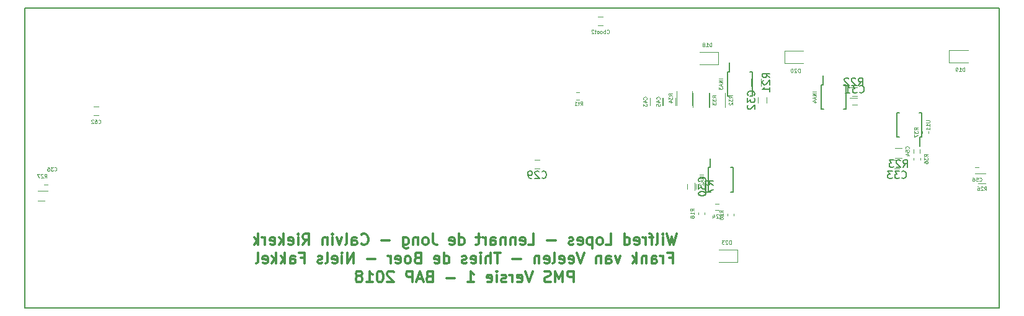
<source format=gbr>
G04 #@! TF.FileFunction,Legend,Bot*
%FSLAX46Y46*%
G04 Gerber Fmt 4.6, Leading zero omitted, Abs format (unit mm)*
G04 Created by KiCad (PCBNEW 4.0.7) date 06/15/18 17:29:42*
%MOMM*%
%LPD*%
G01*
G04 APERTURE LIST*
%ADD10C,0.100000*%
%ADD11C,0.300000*%
%ADD12C,0.150000*%
%ADD13C,0.120000*%
%ADD14C,0.125000*%
G04 APERTURE END LIST*
D10*
D11*
X113927142Y-153878571D02*
X113569999Y-155378571D01*
X113284285Y-154307143D01*
X112998571Y-155378571D01*
X112641428Y-153878571D01*
X112069999Y-155378571D02*
X112069999Y-154378571D01*
X112069999Y-153878571D02*
X112141428Y-153950000D01*
X112069999Y-154021429D01*
X111998571Y-153950000D01*
X112069999Y-153878571D01*
X112069999Y-154021429D01*
X111141427Y-155378571D02*
X111284285Y-155307143D01*
X111355713Y-155164286D01*
X111355713Y-153878571D01*
X110784285Y-154378571D02*
X110212856Y-154378571D01*
X110569999Y-155378571D02*
X110569999Y-154092857D01*
X110498571Y-153950000D01*
X110355713Y-153878571D01*
X110212856Y-153878571D01*
X109712856Y-155378571D02*
X109712856Y-154378571D01*
X109712856Y-154664286D02*
X109641428Y-154521429D01*
X109569999Y-154450000D01*
X109427142Y-154378571D01*
X109284285Y-154378571D01*
X108212857Y-155307143D02*
X108355714Y-155378571D01*
X108641428Y-155378571D01*
X108784285Y-155307143D01*
X108855714Y-155164286D01*
X108855714Y-154592857D01*
X108784285Y-154450000D01*
X108641428Y-154378571D01*
X108355714Y-154378571D01*
X108212857Y-154450000D01*
X108141428Y-154592857D01*
X108141428Y-154735714D01*
X108855714Y-154878571D01*
X106855714Y-155378571D02*
X106855714Y-153878571D01*
X106855714Y-155307143D02*
X106998571Y-155378571D01*
X107284285Y-155378571D01*
X107427143Y-155307143D01*
X107498571Y-155235714D01*
X107570000Y-155092857D01*
X107570000Y-154664286D01*
X107498571Y-154521429D01*
X107427143Y-154450000D01*
X107284285Y-154378571D01*
X106998571Y-154378571D01*
X106855714Y-154450000D01*
X104284285Y-155378571D02*
X104998571Y-155378571D01*
X104998571Y-153878571D01*
X103569999Y-155378571D02*
X103712857Y-155307143D01*
X103784285Y-155235714D01*
X103855714Y-155092857D01*
X103855714Y-154664286D01*
X103784285Y-154521429D01*
X103712857Y-154450000D01*
X103569999Y-154378571D01*
X103355714Y-154378571D01*
X103212857Y-154450000D01*
X103141428Y-154521429D01*
X103069999Y-154664286D01*
X103069999Y-155092857D01*
X103141428Y-155235714D01*
X103212857Y-155307143D01*
X103355714Y-155378571D01*
X103569999Y-155378571D01*
X102427142Y-154378571D02*
X102427142Y-155878571D01*
X102427142Y-154450000D02*
X102284285Y-154378571D01*
X101998571Y-154378571D01*
X101855714Y-154450000D01*
X101784285Y-154521429D01*
X101712856Y-154664286D01*
X101712856Y-155092857D01*
X101784285Y-155235714D01*
X101855714Y-155307143D01*
X101998571Y-155378571D01*
X102284285Y-155378571D01*
X102427142Y-155307143D01*
X100498571Y-155307143D02*
X100641428Y-155378571D01*
X100927142Y-155378571D01*
X101069999Y-155307143D01*
X101141428Y-155164286D01*
X101141428Y-154592857D01*
X101069999Y-154450000D01*
X100927142Y-154378571D01*
X100641428Y-154378571D01*
X100498571Y-154450000D01*
X100427142Y-154592857D01*
X100427142Y-154735714D01*
X101141428Y-154878571D01*
X99855714Y-155307143D02*
X99712857Y-155378571D01*
X99427142Y-155378571D01*
X99284285Y-155307143D01*
X99212857Y-155164286D01*
X99212857Y-155092857D01*
X99284285Y-154950000D01*
X99427142Y-154878571D01*
X99641428Y-154878571D01*
X99784285Y-154807143D01*
X99855714Y-154664286D01*
X99855714Y-154592857D01*
X99784285Y-154450000D01*
X99641428Y-154378571D01*
X99427142Y-154378571D01*
X99284285Y-154450000D01*
X97427142Y-154807143D02*
X96284285Y-154807143D01*
X93712856Y-155378571D02*
X94427142Y-155378571D01*
X94427142Y-153878571D01*
X92641428Y-155307143D02*
X92784285Y-155378571D01*
X93069999Y-155378571D01*
X93212856Y-155307143D01*
X93284285Y-155164286D01*
X93284285Y-154592857D01*
X93212856Y-154450000D01*
X93069999Y-154378571D01*
X92784285Y-154378571D01*
X92641428Y-154450000D01*
X92569999Y-154592857D01*
X92569999Y-154735714D01*
X93284285Y-154878571D01*
X91927142Y-154378571D02*
X91927142Y-155378571D01*
X91927142Y-154521429D02*
X91855714Y-154450000D01*
X91712856Y-154378571D01*
X91498571Y-154378571D01*
X91355714Y-154450000D01*
X91284285Y-154592857D01*
X91284285Y-155378571D01*
X90569999Y-154378571D02*
X90569999Y-155378571D01*
X90569999Y-154521429D02*
X90498571Y-154450000D01*
X90355713Y-154378571D01*
X90141428Y-154378571D01*
X89998571Y-154450000D01*
X89927142Y-154592857D01*
X89927142Y-155378571D01*
X88569999Y-155378571D02*
X88569999Y-154592857D01*
X88641428Y-154450000D01*
X88784285Y-154378571D01*
X89069999Y-154378571D01*
X89212856Y-154450000D01*
X88569999Y-155307143D02*
X88712856Y-155378571D01*
X89069999Y-155378571D01*
X89212856Y-155307143D01*
X89284285Y-155164286D01*
X89284285Y-155021429D01*
X89212856Y-154878571D01*
X89069999Y-154807143D01*
X88712856Y-154807143D01*
X88569999Y-154735714D01*
X87855713Y-155378571D02*
X87855713Y-154378571D01*
X87855713Y-154664286D02*
X87784285Y-154521429D01*
X87712856Y-154450000D01*
X87569999Y-154378571D01*
X87427142Y-154378571D01*
X87141428Y-154378571D02*
X86569999Y-154378571D01*
X86927142Y-153878571D02*
X86927142Y-155164286D01*
X86855714Y-155307143D01*
X86712856Y-155378571D01*
X86569999Y-155378571D01*
X84284285Y-155378571D02*
X84284285Y-153878571D01*
X84284285Y-155307143D02*
X84427142Y-155378571D01*
X84712856Y-155378571D01*
X84855714Y-155307143D01*
X84927142Y-155235714D01*
X84998571Y-155092857D01*
X84998571Y-154664286D01*
X84927142Y-154521429D01*
X84855714Y-154450000D01*
X84712856Y-154378571D01*
X84427142Y-154378571D01*
X84284285Y-154450000D01*
X82998571Y-155307143D02*
X83141428Y-155378571D01*
X83427142Y-155378571D01*
X83569999Y-155307143D01*
X83641428Y-155164286D01*
X83641428Y-154592857D01*
X83569999Y-154450000D01*
X83427142Y-154378571D01*
X83141428Y-154378571D01*
X82998571Y-154450000D01*
X82927142Y-154592857D01*
X82927142Y-154735714D01*
X83641428Y-154878571D01*
X80712857Y-153878571D02*
X80712857Y-154950000D01*
X80784285Y-155164286D01*
X80927142Y-155307143D01*
X81141428Y-155378571D01*
X81284285Y-155378571D01*
X79784285Y-155378571D02*
X79927143Y-155307143D01*
X79998571Y-155235714D01*
X80070000Y-155092857D01*
X80070000Y-154664286D01*
X79998571Y-154521429D01*
X79927143Y-154450000D01*
X79784285Y-154378571D01*
X79570000Y-154378571D01*
X79427143Y-154450000D01*
X79355714Y-154521429D01*
X79284285Y-154664286D01*
X79284285Y-155092857D01*
X79355714Y-155235714D01*
X79427143Y-155307143D01*
X79570000Y-155378571D01*
X79784285Y-155378571D01*
X78641428Y-154378571D02*
X78641428Y-155378571D01*
X78641428Y-154521429D02*
X78570000Y-154450000D01*
X78427142Y-154378571D01*
X78212857Y-154378571D01*
X78070000Y-154450000D01*
X77998571Y-154592857D01*
X77998571Y-155378571D01*
X76641428Y-154378571D02*
X76641428Y-155592857D01*
X76712857Y-155735714D01*
X76784285Y-155807143D01*
X76927142Y-155878571D01*
X77141428Y-155878571D01*
X77284285Y-155807143D01*
X76641428Y-155307143D02*
X76784285Y-155378571D01*
X77069999Y-155378571D01*
X77212857Y-155307143D01*
X77284285Y-155235714D01*
X77355714Y-155092857D01*
X77355714Y-154664286D01*
X77284285Y-154521429D01*
X77212857Y-154450000D01*
X77069999Y-154378571D01*
X76784285Y-154378571D01*
X76641428Y-154450000D01*
X74784285Y-154807143D02*
X73641428Y-154807143D01*
X70927142Y-155235714D02*
X70998571Y-155307143D01*
X71212857Y-155378571D01*
X71355714Y-155378571D01*
X71569999Y-155307143D01*
X71712857Y-155164286D01*
X71784285Y-155021429D01*
X71855714Y-154735714D01*
X71855714Y-154521429D01*
X71784285Y-154235714D01*
X71712857Y-154092857D01*
X71569999Y-153950000D01*
X71355714Y-153878571D01*
X71212857Y-153878571D01*
X70998571Y-153950000D01*
X70927142Y-154021429D01*
X69641428Y-155378571D02*
X69641428Y-154592857D01*
X69712857Y-154450000D01*
X69855714Y-154378571D01*
X70141428Y-154378571D01*
X70284285Y-154450000D01*
X69641428Y-155307143D02*
X69784285Y-155378571D01*
X70141428Y-155378571D01*
X70284285Y-155307143D01*
X70355714Y-155164286D01*
X70355714Y-155021429D01*
X70284285Y-154878571D01*
X70141428Y-154807143D01*
X69784285Y-154807143D01*
X69641428Y-154735714D01*
X68712856Y-155378571D02*
X68855714Y-155307143D01*
X68927142Y-155164286D01*
X68927142Y-153878571D01*
X68284285Y-154378571D02*
X67927142Y-155378571D01*
X67570000Y-154378571D01*
X66998571Y-155378571D02*
X66998571Y-154378571D01*
X66998571Y-153878571D02*
X67070000Y-153950000D01*
X66998571Y-154021429D01*
X66927143Y-153950000D01*
X66998571Y-153878571D01*
X66998571Y-154021429D01*
X66284285Y-154378571D02*
X66284285Y-155378571D01*
X66284285Y-154521429D02*
X66212857Y-154450000D01*
X66069999Y-154378571D01*
X65855714Y-154378571D01*
X65712857Y-154450000D01*
X65641428Y-154592857D01*
X65641428Y-155378571D01*
X62927142Y-155378571D02*
X63427142Y-154664286D01*
X63784285Y-155378571D02*
X63784285Y-153878571D01*
X63212857Y-153878571D01*
X63069999Y-153950000D01*
X62998571Y-154021429D01*
X62927142Y-154164286D01*
X62927142Y-154378571D01*
X62998571Y-154521429D01*
X63069999Y-154592857D01*
X63212857Y-154664286D01*
X63784285Y-154664286D01*
X62284285Y-155378571D02*
X62284285Y-154378571D01*
X62284285Y-153878571D02*
X62355714Y-153950000D01*
X62284285Y-154021429D01*
X62212857Y-153950000D01*
X62284285Y-153878571D01*
X62284285Y-154021429D01*
X60998571Y-155307143D02*
X61141428Y-155378571D01*
X61427142Y-155378571D01*
X61569999Y-155307143D01*
X61641428Y-155164286D01*
X61641428Y-154592857D01*
X61569999Y-154450000D01*
X61427142Y-154378571D01*
X61141428Y-154378571D01*
X60998571Y-154450000D01*
X60927142Y-154592857D01*
X60927142Y-154735714D01*
X61641428Y-154878571D01*
X60284285Y-155378571D02*
X60284285Y-153878571D01*
X60141428Y-154807143D02*
X59712857Y-155378571D01*
X59712857Y-154378571D02*
X60284285Y-154950000D01*
X58498571Y-155307143D02*
X58641428Y-155378571D01*
X58927142Y-155378571D01*
X59069999Y-155307143D01*
X59141428Y-155164286D01*
X59141428Y-154592857D01*
X59069999Y-154450000D01*
X58927142Y-154378571D01*
X58641428Y-154378571D01*
X58498571Y-154450000D01*
X58427142Y-154592857D01*
X58427142Y-154735714D01*
X59141428Y-154878571D01*
X57784285Y-155378571D02*
X57784285Y-154378571D01*
X57784285Y-154664286D02*
X57712857Y-154521429D01*
X57641428Y-154450000D01*
X57498571Y-154378571D01*
X57355714Y-154378571D01*
X56855714Y-155378571D02*
X56855714Y-153878571D01*
X56712857Y-154807143D02*
X56284286Y-155378571D01*
X56284286Y-154378571D02*
X56855714Y-154950000D01*
X112927141Y-157142857D02*
X113427141Y-157142857D01*
X113427141Y-157928571D02*
X113427141Y-156428571D01*
X112712855Y-156428571D01*
X112141427Y-157928571D02*
X112141427Y-156928571D01*
X112141427Y-157214286D02*
X112069999Y-157071429D01*
X111998570Y-157000000D01*
X111855713Y-156928571D01*
X111712856Y-156928571D01*
X110569999Y-157928571D02*
X110569999Y-157142857D01*
X110641428Y-157000000D01*
X110784285Y-156928571D01*
X111069999Y-156928571D01*
X111212856Y-157000000D01*
X110569999Y-157857143D02*
X110712856Y-157928571D01*
X111069999Y-157928571D01*
X111212856Y-157857143D01*
X111284285Y-157714286D01*
X111284285Y-157571429D01*
X111212856Y-157428571D01*
X111069999Y-157357143D01*
X110712856Y-157357143D01*
X110569999Y-157285714D01*
X109855713Y-156928571D02*
X109855713Y-157928571D01*
X109855713Y-157071429D02*
X109784285Y-157000000D01*
X109641427Y-156928571D01*
X109427142Y-156928571D01*
X109284285Y-157000000D01*
X109212856Y-157142857D01*
X109212856Y-157928571D01*
X108498570Y-157928571D02*
X108498570Y-156428571D01*
X108355713Y-157357143D02*
X107927142Y-157928571D01*
X107927142Y-156928571D02*
X108498570Y-157500000D01*
X106284284Y-156928571D02*
X105927141Y-157928571D01*
X105569999Y-156928571D01*
X104355713Y-157928571D02*
X104355713Y-157142857D01*
X104427142Y-157000000D01*
X104569999Y-156928571D01*
X104855713Y-156928571D01*
X104998570Y-157000000D01*
X104355713Y-157857143D02*
X104498570Y-157928571D01*
X104855713Y-157928571D01*
X104998570Y-157857143D01*
X105069999Y-157714286D01*
X105069999Y-157571429D01*
X104998570Y-157428571D01*
X104855713Y-157357143D01*
X104498570Y-157357143D01*
X104355713Y-157285714D01*
X103641427Y-156928571D02*
X103641427Y-157928571D01*
X103641427Y-157071429D02*
X103569999Y-157000000D01*
X103427141Y-156928571D01*
X103212856Y-156928571D01*
X103069999Y-157000000D01*
X102998570Y-157142857D01*
X102998570Y-157928571D01*
X101355713Y-156428571D02*
X100855713Y-157928571D01*
X100355713Y-156428571D01*
X99284285Y-157857143D02*
X99427142Y-157928571D01*
X99712856Y-157928571D01*
X99855713Y-157857143D01*
X99927142Y-157714286D01*
X99927142Y-157142857D01*
X99855713Y-157000000D01*
X99712856Y-156928571D01*
X99427142Y-156928571D01*
X99284285Y-157000000D01*
X99212856Y-157142857D01*
X99212856Y-157285714D01*
X99927142Y-157428571D01*
X97998571Y-157857143D02*
X98141428Y-157928571D01*
X98427142Y-157928571D01*
X98569999Y-157857143D01*
X98641428Y-157714286D01*
X98641428Y-157142857D01*
X98569999Y-157000000D01*
X98427142Y-156928571D01*
X98141428Y-156928571D01*
X97998571Y-157000000D01*
X97927142Y-157142857D01*
X97927142Y-157285714D01*
X98641428Y-157428571D01*
X97069999Y-157928571D02*
X97212857Y-157857143D01*
X97284285Y-157714286D01*
X97284285Y-156428571D01*
X95927143Y-157857143D02*
X96070000Y-157928571D01*
X96355714Y-157928571D01*
X96498571Y-157857143D01*
X96570000Y-157714286D01*
X96570000Y-157142857D01*
X96498571Y-157000000D01*
X96355714Y-156928571D01*
X96070000Y-156928571D01*
X95927143Y-157000000D01*
X95855714Y-157142857D01*
X95855714Y-157285714D01*
X96570000Y-157428571D01*
X95212857Y-156928571D02*
X95212857Y-157928571D01*
X95212857Y-157071429D02*
X95141429Y-157000000D01*
X94998571Y-156928571D01*
X94784286Y-156928571D01*
X94641429Y-157000000D01*
X94570000Y-157142857D01*
X94570000Y-157928571D01*
X92712857Y-157357143D02*
X91570000Y-157357143D01*
X89927143Y-156428571D02*
X89070000Y-156428571D01*
X89498571Y-157928571D02*
X89498571Y-156428571D01*
X88570000Y-157928571D02*
X88570000Y-156428571D01*
X87927143Y-157928571D02*
X87927143Y-157142857D01*
X87998572Y-157000000D01*
X88141429Y-156928571D01*
X88355714Y-156928571D01*
X88498572Y-157000000D01*
X88570000Y-157071429D01*
X87212857Y-157928571D02*
X87212857Y-156928571D01*
X87212857Y-156428571D02*
X87284286Y-156500000D01*
X87212857Y-156571429D01*
X87141429Y-156500000D01*
X87212857Y-156428571D01*
X87212857Y-156571429D01*
X85927143Y-157857143D02*
X86070000Y-157928571D01*
X86355714Y-157928571D01*
X86498571Y-157857143D01*
X86570000Y-157714286D01*
X86570000Y-157142857D01*
X86498571Y-157000000D01*
X86355714Y-156928571D01*
X86070000Y-156928571D01*
X85927143Y-157000000D01*
X85855714Y-157142857D01*
X85855714Y-157285714D01*
X86570000Y-157428571D01*
X85284286Y-157857143D02*
X85141429Y-157928571D01*
X84855714Y-157928571D01*
X84712857Y-157857143D01*
X84641429Y-157714286D01*
X84641429Y-157642857D01*
X84712857Y-157500000D01*
X84855714Y-157428571D01*
X85070000Y-157428571D01*
X85212857Y-157357143D01*
X85284286Y-157214286D01*
X85284286Y-157142857D01*
X85212857Y-157000000D01*
X85070000Y-156928571D01*
X84855714Y-156928571D01*
X84712857Y-157000000D01*
X82212857Y-157928571D02*
X82212857Y-156428571D01*
X82212857Y-157857143D02*
X82355714Y-157928571D01*
X82641428Y-157928571D01*
X82784286Y-157857143D01*
X82855714Y-157785714D01*
X82927143Y-157642857D01*
X82927143Y-157214286D01*
X82855714Y-157071429D01*
X82784286Y-157000000D01*
X82641428Y-156928571D01*
X82355714Y-156928571D01*
X82212857Y-157000000D01*
X80927143Y-157857143D02*
X81070000Y-157928571D01*
X81355714Y-157928571D01*
X81498571Y-157857143D01*
X81570000Y-157714286D01*
X81570000Y-157142857D01*
X81498571Y-157000000D01*
X81355714Y-156928571D01*
X81070000Y-156928571D01*
X80927143Y-157000000D01*
X80855714Y-157142857D01*
X80855714Y-157285714D01*
X81570000Y-157428571D01*
X78570000Y-157142857D02*
X78355714Y-157214286D01*
X78284286Y-157285714D01*
X78212857Y-157428571D01*
X78212857Y-157642857D01*
X78284286Y-157785714D01*
X78355714Y-157857143D01*
X78498572Y-157928571D01*
X79070000Y-157928571D01*
X79070000Y-156428571D01*
X78570000Y-156428571D01*
X78427143Y-156500000D01*
X78355714Y-156571429D01*
X78284286Y-156714286D01*
X78284286Y-156857143D01*
X78355714Y-157000000D01*
X78427143Y-157071429D01*
X78570000Y-157142857D01*
X79070000Y-157142857D01*
X77355714Y-157928571D02*
X77498572Y-157857143D01*
X77570000Y-157785714D01*
X77641429Y-157642857D01*
X77641429Y-157214286D01*
X77570000Y-157071429D01*
X77498572Y-157000000D01*
X77355714Y-156928571D01*
X77141429Y-156928571D01*
X76998572Y-157000000D01*
X76927143Y-157071429D01*
X76855714Y-157214286D01*
X76855714Y-157642857D01*
X76927143Y-157785714D01*
X76998572Y-157857143D01*
X77141429Y-157928571D01*
X77355714Y-157928571D01*
X75641429Y-157857143D02*
X75784286Y-157928571D01*
X76070000Y-157928571D01*
X76212857Y-157857143D01*
X76284286Y-157714286D01*
X76284286Y-157142857D01*
X76212857Y-157000000D01*
X76070000Y-156928571D01*
X75784286Y-156928571D01*
X75641429Y-157000000D01*
X75570000Y-157142857D01*
X75570000Y-157285714D01*
X76284286Y-157428571D01*
X74927143Y-157928571D02*
X74927143Y-156928571D01*
X74927143Y-157214286D02*
X74855715Y-157071429D01*
X74784286Y-157000000D01*
X74641429Y-156928571D01*
X74498572Y-156928571D01*
X72855715Y-157357143D02*
X71712858Y-157357143D01*
X69855715Y-157928571D02*
X69855715Y-156428571D01*
X68998572Y-157928571D01*
X68998572Y-156428571D01*
X68284286Y-157928571D02*
X68284286Y-156928571D01*
X68284286Y-156428571D02*
X68355715Y-156500000D01*
X68284286Y-156571429D01*
X68212858Y-156500000D01*
X68284286Y-156428571D01*
X68284286Y-156571429D01*
X66998572Y-157857143D02*
X67141429Y-157928571D01*
X67427143Y-157928571D01*
X67570000Y-157857143D01*
X67641429Y-157714286D01*
X67641429Y-157142857D01*
X67570000Y-157000000D01*
X67427143Y-156928571D01*
X67141429Y-156928571D01*
X66998572Y-157000000D01*
X66927143Y-157142857D01*
X66927143Y-157285714D01*
X67641429Y-157428571D01*
X66070000Y-157928571D02*
X66212858Y-157857143D01*
X66284286Y-157714286D01*
X66284286Y-156428571D01*
X65570001Y-157857143D02*
X65427144Y-157928571D01*
X65141429Y-157928571D01*
X64998572Y-157857143D01*
X64927144Y-157714286D01*
X64927144Y-157642857D01*
X64998572Y-157500000D01*
X65141429Y-157428571D01*
X65355715Y-157428571D01*
X65498572Y-157357143D01*
X65570001Y-157214286D01*
X65570001Y-157142857D01*
X65498572Y-157000000D01*
X65355715Y-156928571D01*
X65141429Y-156928571D01*
X64998572Y-157000000D01*
X62641429Y-157142857D02*
X63141429Y-157142857D01*
X63141429Y-157928571D02*
X63141429Y-156428571D01*
X62427143Y-156428571D01*
X61212858Y-157928571D02*
X61212858Y-157142857D01*
X61284287Y-157000000D01*
X61427144Y-156928571D01*
X61712858Y-156928571D01*
X61855715Y-157000000D01*
X61212858Y-157857143D02*
X61355715Y-157928571D01*
X61712858Y-157928571D01*
X61855715Y-157857143D01*
X61927144Y-157714286D01*
X61927144Y-157571429D01*
X61855715Y-157428571D01*
X61712858Y-157357143D01*
X61355715Y-157357143D01*
X61212858Y-157285714D01*
X60498572Y-157928571D02*
X60498572Y-156428571D01*
X60355715Y-157357143D02*
X59927144Y-157928571D01*
X59927144Y-156928571D02*
X60498572Y-157500000D01*
X59284286Y-157928571D02*
X59284286Y-156428571D01*
X59141429Y-157357143D02*
X58712858Y-157928571D01*
X58712858Y-156928571D02*
X59284286Y-157500000D01*
X57498572Y-157857143D02*
X57641429Y-157928571D01*
X57927143Y-157928571D01*
X58070000Y-157857143D01*
X58141429Y-157714286D01*
X58141429Y-157142857D01*
X58070000Y-157000000D01*
X57927143Y-156928571D01*
X57641429Y-156928571D01*
X57498572Y-157000000D01*
X57427143Y-157142857D01*
X57427143Y-157285714D01*
X58141429Y-157428571D01*
X56570000Y-157928571D02*
X56712858Y-157857143D01*
X56784286Y-157714286D01*
X56784286Y-156428571D01*
X99891426Y-160478571D02*
X99891426Y-158978571D01*
X99319998Y-158978571D01*
X99177140Y-159050000D01*
X99105712Y-159121429D01*
X99034283Y-159264286D01*
X99034283Y-159478571D01*
X99105712Y-159621429D01*
X99177140Y-159692857D01*
X99319998Y-159764286D01*
X99891426Y-159764286D01*
X98391426Y-160478571D02*
X98391426Y-158978571D01*
X97891426Y-160050000D01*
X97391426Y-158978571D01*
X97391426Y-160478571D01*
X96748569Y-160407143D02*
X96534283Y-160478571D01*
X96177140Y-160478571D01*
X96034283Y-160407143D01*
X95962854Y-160335714D01*
X95891426Y-160192857D01*
X95891426Y-160050000D01*
X95962854Y-159907143D01*
X96034283Y-159835714D01*
X96177140Y-159764286D01*
X96462854Y-159692857D01*
X96605712Y-159621429D01*
X96677140Y-159550000D01*
X96748569Y-159407143D01*
X96748569Y-159264286D01*
X96677140Y-159121429D01*
X96605712Y-159050000D01*
X96462854Y-158978571D01*
X96105712Y-158978571D01*
X95891426Y-159050000D01*
X94319998Y-158978571D02*
X93819998Y-160478571D01*
X93319998Y-158978571D01*
X92248570Y-160407143D02*
X92391427Y-160478571D01*
X92677141Y-160478571D01*
X92819998Y-160407143D01*
X92891427Y-160264286D01*
X92891427Y-159692857D01*
X92819998Y-159550000D01*
X92677141Y-159478571D01*
X92391427Y-159478571D01*
X92248570Y-159550000D01*
X92177141Y-159692857D01*
X92177141Y-159835714D01*
X92891427Y-159978571D01*
X91534284Y-160478571D02*
X91534284Y-159478571D01*
X91534284Y-159764286D02*
X91462856Y-159621429D01*
X91391427Y-159550000D01*
X91248570Y-159478571D01*
X91105713Y-159478571D01*
X90677142Y-160407143D02*
X90534285Y-160478571D01*
X90248570Y-160478571D01*
X90105713Y-160407143D01*
X90034285Y-160264286D01*
X90034285Y-160192857D01*
X90105713Y-160050000D01*
X90248570Y-159978571D01*
X90462856Y-159978571D01*
X90605713Y-159907143D01*
X90677142Y-159764286D01*
X90677142Y-159692857D01*
X90605713Y-159550000D01*
X90462856Y-159478571D01*
X90248570Y-159478571D01*
X90105713Y-159550000D01*
X89391427Y-160478571D02*
X89391427Y-159478571D01*
X89391427Y-158978571D02*
X89462856Y-159050000D01*
X89391427Y-159121429D01*
X89319999Y-159050000D01*
X89391427Y-158978571D01*
X89391427Y-159121429D01*
X88105713Y-160407143D02*
X88248570Y-160478571D01*
X88534284Y-160478571D01*
X88677141Y-160407143D01*
X88748570Y-160264286D01*
X88748570Y-159692857D01*
X88677141Y-159550000D01*
X88534284Y-159478571D01*
X88248570Y-159478571D01*
X88105713Y-159550000D01*
X88034284Y-159692857D01*
X88034284Y-159835714D01*
X88748570Y-159978571D01*
X85462856Y-160478571D02*
X86319999Y-160478571D01*
X85891427Y-160478571D02*
X85891427Y-158978571D01*
X86034284Y-159192857D01*
X86177142Y-159335714D01*
X86319999Y-159407143D01*
X83677142Y-159907143D02*
X82534285Y-159907143D01*
X80177142Y-159692857D02*
X79962856Y-159764286D01*
X79891428Y-159835714D01*
X79819999Y-159978571D01*
X79819999Y-160192857D01*
X79891428Y-160335714D01*
X79962856Y-160407143D01*
X80105714Y-160478571D01*
X80677142Y-160478571D01*
X80677142Y-158978571D01*
X80177142Y-158978571D01*
X80034285Y-159050000D01*
X79962856Y-159121429D01*
X79891428Y-159264286D01*
X79891428Y-159407143D01*
X79962856Y-159550000D01*
X80034285Y-159621429D01*
X80177142Y-159692857D01*
X80677142Y-159692857D01*
X79248571Y-160050000D02*
X78534285Y-160050000D01*
X79391428Y-160478571D02*
X78891428Y-158978571D01*
X78391428Y-160478571D01*
X77891428Y-160478571D02*
X77891428Y-158978571D01*
X77320000Y-158978571D01*
X77177142Y-159050000D01*
X77105714Y-159121429D01*
X77034285Y-159264286D01*
X77034285Y-159478571D01*
X77105714Y-159621429D01*
X77177142Y-159692857D01*
X77320000Y-159764286D01*
X77891428Y-159764286D01*
X75320000Y-159121429D02*
X75248571Y-159050000D01*
X75105714Y-158978571D01*
X74748571Y-158978571D01*
X74605714Y-159050000D01*
X74534285Y-159121429D01*
X74462857Y-159264286D01*
X74462857Y-159407143D01*
X74534285Y-159621429D01*
X75391428Y-160478571D01*
X74462857Y-160478571D01*
X73534286Y-158978571D02*
X73391429Y-158978571D01*
X73248572Y-159050000D01*
X73177143Y-159121429D01*
X73105714Y-159264286D01*
X73034286Y-159550000D01*
X73034286Y-159907143D01*
X73105714Y-160192857D01*
X73177143Y-160335714D01*
X73248572Y-160407143D01*
X73391429Y-160478571D01*
X73534286Y-160478571D01*
X73677143Y-160407143D01*
X73748572Y-160335714D01*
X73820000Y-160192857D01*
X73891429Y-159907143D01*
X73891429Y-159550000D01*
X73820000Y-159264286D01*
X73748572Y-159121429D01*
X73677143Y-159050000D01*
X73534286Y-158978571D01*
X71605715Y-160478571D02*
X72462858Y-160478571D01*
X72034286Y-160478571D02*
X72034286Y-158978571D01*
X72177143Y-159192857D01*
X72320001Y-159335714D01*
X72462858Y-159407143D01*
X70748572Y-159621429D02*
X70891430Y-159550000D01*
X70962858Y-159478571D01*
X71034287Y-159335714D01*
X71034287Y-159264286D01*
X70962858Y-159121429D01*
X70891430Y-159050000D01*
X70748572Y-158978571D01*
X70462858Y-158978571D01*
X70320001Y-159050000D01*
X70248572Y-159121429D01*
X70177144Y-159264286D01*
X70177144Y-159335714D01*
X70248572Y-159478571D01*
X70320001Y-159550000D01*
X70462858Y-159621429D01*
X70748572Y-159621429D01*
X70891430Y-159692857D01*
X70962858Y-159764286D01*
X71034287Y-159907143D01*
X71034287Y-160192857D01*
X70962858Y-160335714D01*
X70891430Y-160407143D01*
X70748572Y-160478571D01*
X70462858Y-160478571D01*
X70320001Y-160407143D01*
X70248572Y-160335714D01*
X70177144Y-160192857D01*
X70177144Y-159907143D01*
X70248572Y-159764286D01*
X70320001Y-159692857D01*
X70462858Y-159621429D01*
D12*
X25000000Y-164000000D02*
X25000000Y-123000000D01*
X158000000Y-164000000D02*
X25000000Y-164000000D01*
X158000000Y-123000000D02*
X158000000Y-164000000D01*
X25000000Y-123000000D02*
X158000000Y-123000000D01*
D13*
X35060000Y-136460000D02*
X34360000Y-136460000D01*
X34360000Y-137660000D02*
X35060000Y-137660000D01*
X119750000Y-149810000D02*
X119250000Y-149810000D01*
X119250000Y-150610000D02*
X119750000Y-150610000D01*
X110330000Y-136300000D02*
X110330000Y-135300000D01*
X112030000Y-135300000D02*
X112030000Y-136300000D01*
X112130000Y-136300000D02*
X112130000Y-135300000D01*
X113830000Y-135300000D02*
X113830000Y-136300000D01*
X147140000Y-142810000D02*
X147140000Y-142310000D01*
X146340000Y-142310000D02*
X146340000Y-142810000D01*
X155220000Y-144790000D02*
X154720000Y-144790000D01*
X154720000Y-145590000D02*
X155220000Y-145590000D01*
X103890000Y-124170000D02*
X103190000Y-124170000D01*
X103190000Y-125370000D02*
X103890000Y-125370000D01*
D12*
X118285000Y-144825000D02*
X118510000Y-144825000D01*
X118285000Y-148175000D02*
X118585000Y-148175000D01*
X121635000Y-148175000D02*
X121335000Y-148175000D01*
X121635000Y-144825000D02*
X121335000Y-144825000D01*
X118285000Y-144825000D02*
X118285000Y-148175000D01*
X121635000Y-144825000D02*
X121635000Y-148175000D01*
X118510000Y-144825000D02*
X118510000Y-143600000D01*
X120905000Y-131725000D02*
X121130000Y-131725000D01*
X120905000Y-135075000D02*
X121205000Y-135075000D01*
X124255000Y-135075000D02*
X123955000Y-135075000D01*
X124255000Y-131725000D02*
X123955000Y-131725000D01*
X120905000Y-131725000D02*
X120905000Y-135075000D01*
X124255000Y-131725000D02*
X124255000Y-135075000D01*
X121130000Y-131725000D02*
X121130000Y-130500000D01*
X133725000Y-133505000D02*
X133950000Y-133505000D01*
X133725000Y-136855000D02*
X134025000Y-136855000D01*
X137075000Y-136855000D02*
X136775000Y-136855000D01*
X137075000Y-133505000D02*
X136775000Y-133505000D01*
X133725000Y-133505000D02*
X133725000Y-136855000D01*
X137075000Y-133505000D02*
X137075000Y-136855000D01*
X133950000Y-133505000D02*
X133950000Y-132280000D01*
D13*
X116890000Y-151190000D02*
X116890000Y-150950000D01*
X117770000Y-150950000D02*
X117770000Y-151190000D01*
X120890000Y-151410000D02*
X120890000Y-151170000D01*
X121770000Y-151170000D02*
X121770000Y-151410000D01*
X156140000Y-145590000D02*
X155140000Y-145590000D01*
X155140000Y-146950000D02*
X156140000Y-146950000D01*
X118450000Y-134600000D02*
X118450000Y-136600000D01*
X120590000Y-136600000D02*
X120590000Y-134600000D01*
X116190000Y-134600000D02*
X116190000Y-136600000D01*
X118330000Y-136600000D02*
X118330000Y-134600000D01*
X116080000Y-136330000D02*
X116080000Y-134330000D01*
X113940000Y-134330000D02*
X113940000Y-136330000D01*
X147220000Y-143500000D02*
X147220000Y-143740000D01*
X146340000Y-143740000D02*
X146340000Y-143500000D01*
X147470000Y-140100000D02*
X147470000Y-139860000D01*
X148350000Y-139860000D02*
X148350000Y-140100000D01*
X100210000Y-134510000D02*
X100710000Y-134510000D01*
X100710000Y-135570000D02*
X100210000Y-135570000D01*
D12*
X147385000Y-140675000D02*
X147160000Y-140675000D01*
X147385000Y-137325000D02*
X147085000Y-137325000D01*
X144035000Y-137325000D02*
X144335000Y-137325000D01*
X144035000Y-140675000D02*
X144335000Y-140675000D01*
X147385000Y-140675000D02*
X147385000Y-137325000D01*
X144035000Y-140675000D02*
X144035000Y-137325000D01*
X147160000Y-140675000D02*
X147160000Y-141900000D01*
D13*
X28140000Y-147190000D02*
X27640000Y-147190000D01*
X27640000Y-147990000D02*
X28140000Y-147990000D01*
X27720000Y-147990000D02*
X26720000Y-147990000D01*
X26720000Y-149350000D02*
X27720000Y-149350000D01*
X119630000Y-129060000D02*
X119630000Y-130760000D01*
X119630000Y-130760000D02*
X117080000Y-130760000D01*
X119630000Y-129060000D02*
X117080000Y-129060000D01*
X151170000Y-130450000D02*
X151170000Y-128750000D01*
X151170000Y-128750000D02*
X153720000Y-128750000D01*
X151170000Y-130450000D02*
X153720000Y-130450000D01*
X128680000Y-130570000D02*
X128680000Y-128870000D01*
X128680000Y-128870000D02*
X131230000Y-128870000D01*
X128680000Y-130570000D02*
X131230000Y-130570000D01*
X122280000Y-156060000D02*
X122280000Y-157760000D01*
X122280000Y-157760000D02*
X119730000Y-157760000D01*
X122280000Y-156060000D02*
X119730000Y-156060000D01*
X95270000Y-143750000D02*
X94570000Y-143750000D01*
X94570000Y-144950000D02*
X95270000Y-144950000D01*
X115390000Y-147050000D02*
X115390000Y-147750000D01*
X116590000Y-147750000D02*
X116590000Y-147050000D01*
X137930000Y-136270000D02*
X138630000Y-136270000D01*
X138630000Y-135070000D02*
X137930000Y-135070000D01*
X126280000Y-135950000D02*
X126280000Y-135250000D01*
X125080000Y-135250000D02*
X125080000Y-135950000D01*
X144390000Y-143750000D02*
X143690000Y-143750000D01*
X143690000Y-144950000D02*
X144390000Y-144950000D01*
X116390000Y-146900000D02*
X116390000Y-147900000D01*
X117750000Y-147900000D02*
X117750000Y-146900000D01*
X124110000Y-132680000D02*
X124110000Y-133680000D01*
X125470000Y-133680000D02*
X125470000Y-132680000D01*
X137630000Y-135260000D02*
X138630000Y-135260000D01*
X138630000Y-133900000D02*
X137630000Y-133900000D01*
X144730000Y-142190000D02*
X143730000Y-142190000D01*
X143730000Y-143550000D02*
X144730000Y-143550000D01*
D14*
X35031428Y-138738571D02*
X35055238Y-138762381D01*
X35126666Y-138786190D01*
X35174285Y-138786190D01*
X35245714Y-138762381D01*
X35293333Y-138714762D01*
X35317142Y-138667143D01*
X35340952Y-138571905D01*
X35340952Y-138500476D01*
X35317142Y-138405238D01*
X35293333Y-138357619D01*
X35245714Y-138310000D01*
X35174285Y-138286190D01*
X35126666Y-138286190D01*
X35055238Y-138310000D01*
X35031428Y-138333810D01*
X34602857Y-138286190D02*
X34698095Y-138286190D01*
X34745714Y-138310000D01*
X34769523Y-138333810D01*
X34817142Y-138405238D01*
X34840952Y-138500476D01*
X34840952Y-138690952D01*
X34817142Y-138738571D01*
X34793333Y-138762381D01*
X34745714Y-138786190D01*
X34650476Y-138786190D01*
X34602857Y-138762381D01*
X34579047Y-138738571D01*
X34555238Y-138690952D01*
X34555238Y-138571905D01*
X34579047Y-138524286D01*
X34602857Y-138500476D01*
X34650476Y-138476667D01*
X34745714Y-138476667D01*
X34793333Y-138500476D01*
X34817142Y-138524286D01*
X34840952Y-138571905D01*
X34364762Y-138333810D02*
X34340952Y-138310000D01*
X34293333Y-138286190D01*
X34174286Y-138286190D01*
X34126667Y-138310000D01*
X34102857Y-138333810D01*
X34079048Y-138381429D01*
X34079048Y-138429048D01*
X34102857Y-138500476D01*
X34388571Y-138786190D01*
X34079048Y-138786190D01*
X119821428Y-151658571D02*
X119845238Y-151682381D01*
X119916666Y-151706190D01*
X119964285Y-151706190D01*
X120035714Y-151682381D01*
X120083333Y-151634762D01*
X120107142Y-151587143D01*
X120130952Y-151491905D01*
X120130952Y-151420476D01*
X120107142Y-151325238D01*
X120083333Y-151277619D01*
X120035714Y-151230000D01*
X119964285Y-151206190D01*
X119916666Y-151206190D01*
X119845238Y-151230000D01*
X119821428Y-151253810D01*
X119630952Y-151253810D02*
X119607142Y-151230000D01*
X119559523Y-151206190D01*
X119440476Y-151206190D01*
X119392857Y-151230000D01*
X119369047Y-151253810D01*
X119345238Y-151301429D01*
X119345238Y-151349048D01*
X119369047Y-151420476D01*
X119654761Y-151706190D01*
X119345238Y-151706190D01*
X118916667Y-151372857D02*
X118916667Y-151706190D01*
X119035714Y-151182381D02*
X119154762Y-151539524D01*
X118845238Y-151539524D01*
X109858571Y-135478572D02*
X109882381Y-135454762D01*
X109906190Y-135383334D01*
X109906190Y-135335715D01*
X109882381Y-135264286D01*
X109834762Y-135216667D01*
X109787143Y-135192858D01*
X109691905Y-135169048D01*
X109620476Y-135169048D01*
X109525238Y-135192858D01*
X109477619Y-135216667D01*
X109430000Y-135264286D01*
X109406190Y-135335715D01*
X109406190Y-135383334D01*
X109430000Y-135454762D01*
X109453810Y-135478572D01*
X109572857Y-135907143D02*
X109906190Y-135907143D01*
X109382381Y-135788096D02*
X109739524Y-135669048D01*
X109739524Y-135978572D01*
X109406190Y-136121429D02*
X109406190Y-136430952D01*
X109596667Y-136264286D01*
X109596667Y-136335714D01*
X109620476Y-136383333D01*
X109644286Y-136407143D01*
X109691905Y-136430952D01*
X109810952Y-136430952D01*
X109858571Y-136407143D01*
X109882381Y-136383333D01*
X109906190Y-136335714D01*
X109906190Y-136192857D01*
X109882381Y-136145238D01*
X109858571Y-136121429D01*
X111658571Y-135478572D02*
X111682381Y-135454762D01*
X111706190Y-135383334D01*
X111706190Y-135335715D01*
X111682381Y-135264286D01*
X111634762Y-135216667D01*
X111587143Y-135192858D01*
X111491905Y-135169048D01*
X111420476Y-135169048D01*
X111325238Y-135192858D01*
X111277619Y-135216667D01*
X111230000Y-135264286D01*
X111206190Y-135335715D01*
X111206190Y-135383334D01*
X111230000Y-135454762D01*
X111253810Y-135478572D01*
X111372857Y-135907143D02*
X111706190Y-135907143D01*
X111182381Y-135788096D02*
X111539524Y-135669048D01*
X111539524Y-135978572D01*
X111206190Y-136407143D02*
X111206190Y-136169048D01*
X111444286Y-136145238D01*
X111420476Y-136169048D01*
X111396667Y-136216667D01*
X111396667Y-136335714D01*
X111420476Y-136383333D01*
X111444286Y-136407143D01*
X111491905Y-136430952D01*
X111610952Y-136430952D01*
X111658571Y-136407143D01*
X111682381Y-136383333D01*
X111706190Y-136335714D01*
X111706190Y-136216667D01*
X111682381Y-136169048D01*
X111658571Y-136145238D01*
X145648571Y-142238572D02*
X145672381Y-142214762D01*
X145696190Y-142143334D01*
X145696190Y-142095715D01*
X145672381Y-142024286D01*
X145624762Y-141976667D01*
X145577143Y-141952858D01*
X145481905Y-141929048D01*
X145410476Y-141929048D01*
X145315238Y-141952858D01*
X145267619Y-141976667D01*
X145220000Y-142024286D01*
X145196190Y-142095715D01*
X145196190Y-142143334D01*
X145220000Y-142214762D01*
X145243810Y-142238572D01*
X145196190Y-142690953D02*
X145196190Y-142452858D01*
X145434286Y-142429048D01*
X145410476Y-142452858D01*
X145386667Y-142500477D01*
X145386667Y-142619524D01*
X145410476Y-142667143D01*
X145434286Y-142690953D01*
X145481905Y-142714762D01*
X145600952Y-142714762D01*
X145648571Y-142690953D01*
X145672381Y-142667143D01*
X145696190Y-142619524D01*
X145696190Y-142500477D01*
X145672381Y-142452858D01*
X145648571Y-142429048D01*
X145362857Y-143143333D02*
X145696190Y-143143333D01*
X145172381Y-143024286D02*
X145529524Y-142905238D01*
X145529524Y-143214762D01*
X155291428Y-146638571D02*
X155315238Y-146662381D01*
X155386666Y-146686190D01*
X155434285Y-146686190D01*
X155505714Y-146662381D01*
X155553333Y-146614762D01*
X155577142Y-146567143D01*
X155600952Y-146471905D01*
X155600952Y-146400476D01*
X155577142Y-146305238D01*
X155553333Y-146257619D01*
X155505714Y-146210000D01*
X155434285Y-146186190D01*
X155386666Y-146186190D01*
X155315238Y-146210000D01*
X155291428Y-146233810D01*
X154839047Y-146186190D02*
X155077142Y-146186190D01*
X155100952Y-146424286D01*
X155077142Y-146400476D01*
X155029523Y-146376667D01*
X154910476Y-146376667D01*
X154862857Y-146400476D01*
X154839047Y-146424286D01*
X154815238Y-146471905D01*
X154815238Y-146590952D01*
X154839047Y-146638571D01*
X154862857Y-146662381D01*
X154910476Y-146686190D01*
X155029523Y-146686190D01*
X155077142Y-146662381D01*
X155100952Y-146638571D01*
X154386667Y-146186190D02*
X154481905Y-146186190D01*
X154529524Y-146210000D01*
X154553333Y-146233810D01*
X154600952Y-146305238D01*
X154624762Y-146400476D01*
X154624762Y-146590952D01*
X154600952Y-146638571D01*
X154577143Y-146662381D01*
X154529524Y-146686190D01*
X154434286Y-146686190D01*
X154386667Y-146662381D01*
X154362857Y-146638571D01*
X154339048Y-146590952D01*
X154339048Y-146471905D01*
X154362857Y-146424286D01*
X154386667Y-146400476D01*
X154434286Y-146376667D01*
X154529524Y-146376667D01*
X154577143Y-146400476D01*
X154600952Y-146424286D01*
X154624762Y-146471905D01*
X104444761Y-126448571D02*
X104468571Y-126472381D01*
X104539999Y-126496190D01*
X104587618Y-126496190D01*
X104659047Y-126472381D01*
X104706666Y-126424762D01*
X104730475Y-126377143D01*
X104754285Y-126281905D01*
X104754285Y-126210476D01*
X104730475Y-126115238D01*
X104706666Y-126067619D01*
X104659047Y-126020000D01*
X104587618Y-125996190D01*
X104539999Y-125996190D01*
X104468571Y-126020000D01*
X104444761Y-126043810D01*
X104230475Y-126496190D02*
X104230475Y-125996190D01*
X104230475Y-126186667D02*
X104182856Y-126162857D01*
X104087618Y-126162857D01*
X104039999Y-126186667D01*
X104016190Y-126210476D01*
X103992380Y-126258095D01*
X103992380Y-126400952D01*
X104016190Y-126448571D01*
X104039999Y-126472381D01*
X104087618Y-126496190D01*
X104182856Y-126496190D01*
X104230475Y-126472381D01*
X103706666Y-126496190D02*
X103754285Y-126472381D01*
X103778094Y-126448571D01*
X103801904Y-126400952D01*
X103801904Y-126258095D01*
X103778094Y-126210476D01*
X103754285Y-126186667D01*
X103706666Y-126162857D01*
X103635237Y-126162857D01*
X103587618Y-126186667D01*
X103563809Y-126210476D01*
X103539999Y-126258095D01*
X103539999Y-126400952D01*
X103563809Y-126448571D01*
X103587618Y-126472381D01*
X103635237Y-126496190D01*
X103706666Y-126496190D01*
X103254285Y-126496190D02*
X103301904Y-126472381D01*
X103325713Y-126448571D01*
X103349523Y-126400952D01*
X103349523Y-126258095D01*
X103325713Y-126210476D01*
X103301904Y-126186667D01*
X103254285Y-126162857D01*
X103182856Y-126162857D01*
X103135237Y-126186667D01*
X103111428Y-126210476D01*
X103087618Y-126258095D01*
X103087618Y-126400952D01*
X103111428Y-126448571D01*
X103135237Y-126472381D01*
X103182856Y-126496190D01*
X103254285Y-126496190D01*
X102944761Y-126162857D02*
X102754285Y-126162857D01*
X102873332Y-125996190D02*
X102873332Y-126424762D01*
X102849523Y-126472381D01*
X102801904Y-126496190D01*
X102754285Y-126496190D01*
X102611428Y-126043810D02*
X102587618Y-126020000D01*
X102539999Y-125996190D01*
X102420952Y-125996190D01*
X102373333Y-126020000D01*
X102349523Y-126043810D01*
X102325714Y-126091429D01*
X102325714Y-126139048D01*
X102349523Y-126210476D01*
X102635237Y-126496190D01*
X102325714Y-126496190D01*
X117586190Y-145785715D02*
X117086190Y-145785715D01*
X117586190Y-146023810D02*
X117086190Y-146023810D01*
X117586190Y-146309524D01*
X117086190Y-146309524D01*
X117443333Y-146523810D02*
X117443333Y-146761905D01*
X117586190Y-146476191D02*
X117086190Y-146642858D01*
X117586190Y-146809524D01*
X117133810Y-146952381D02*
X117110000Y-146976191D01*
X117086190Y-147023810D01*
X117086190Y-147142857D01*
X117110000Y-147190476D01*
X117133810Y-147214286D01*
X117181429Y-147238095D01*
X117229048Y-147238095D01*
X117300476Y-147214286D01*
X117586190Y-146928572D01*
X117586190Y-147238095D01*
X120206190Y-132685715D02*
X119706190Y-132685715D01*
X120206190Y-132923810D02*
X119706190Y-132923810D01*
X120206190Y-133209524D01*
X119706190Y-133209524D01*
X120063333Y-133423810D02*
X120063333Y-133661905D01*
X120206190Y-133376191D02*
X119706190Y-133542858D01*
X120206190Y-133709524D01*
X119706190Y-133828572D02*
X119706190Y-134138095D01*
X119896667Y-133971429D01*
X119896667Y-134042857D01*
X119920476Y-134090476D01*
X119944286Y-134114286D01*
X119991905Y-134138095D01*
X120110952Y-134138095D01*
X120158571Y-134114286D01*
X120182381Y-134090476D01*
X120206190Y-134042857D01*
X120206190Y-133900000D01*
X120182381Y-133852381D01*
X120158571Y-133828572D01*
X133026190Y-134465715D02*
X132526190Y-134465715D01*
X133026190Y-134703810D02*
X132526190Y-134703810D01*
X133026190Y-134989524D01*
X132526190Y-134989524D01*
X132883333Y-135203810D02*
X132883333Y-135441905D01*
X133026190Y-135156191D02*
X132526190Y-135322858D01*
X133026190Y-135489524D01*
X132692857Y-135870476D02*
X133026190Y-135870476D01*
X132502381Y-135751429D02*
X132859524Y-135632381D01*
X132859524Y-135941905D01*
X116306190Y-150748572D02*
X116068095Y-150581905D01*
X116306190Y-150462858D02*
X115806190Y-150462858D01*
X115806190Y-150653334D01*
X115830000Y-150700953D01*
X115853810Y-150724762D01*
X115901429Y-150748572D01*
X115972857Y-150748572D01*
X116020476Y-150724762D01*
X116044286Y-150700953D01*
X116068095Y-150653334D01*
X116068095Y-150462858D01*
X116306190Y-151224762D02*
X116306190Y-150939048D01*
X116306190Y-151081905D02*
X115806190Y-151081905D01*
X115877619Y-151034286D01*
X115925238Y-150986667D01*
X115949048Y-150939048D01*
X116020476Y-151510476D02*
X115996667Y-151462857D01*
X115972857Y-151439048D01*
X115925238Y-151415238D01*
X115901429Y-151415238D01*
X115853810Y-151439048D01*
X115830000Y-151462857D01*
X115806190Y-151510476D01*
X115806190Y-151605714D01*
X115830000Y-151653333D01*
X115853810Y-151677143D01*
X115901429Y-151700952D01*
X115925238Y-151700952D01*
X115972857Y-151677143D01*
X115996667Y-151653333D01*
X116020476Y-151605714D01*
X116020476Y-151510476D01*
X116044286Y-151462857D01*
X116068095Y-151439048D01*
X116115714Y-151415238D01*
X116210952Y-151415238D01*
X116258571Y-151439048D01*
X116282381Y-151462857D01*
X116306190Y-151510476D01*
X116306190Y-151605714D01*
X116282381Y-151653333D01*
X116258571Y-151677143D01*
X116210952Y-151700952D01*
X116115714Y-151700952D01*
X116068095Y-151677143D01*
X116044286Y-151653333D01*
X116020476Y-151605714D01*
X120306190Y-150968572D02*
X120068095Y-150801905D01*
X120306190Y-150682858D02*
X119806190Y-150682858D01*
X119806190Y-150873334D01*
X119830000Y-150920953D01*
X119853810Y-150944762D01*
X119901429Y-150968572D01*
X119972857Y-150968572D01*
X120020476Y-150944762D01*
X120044286Y-150920953D01*
X120068095Y-150873334D01*
X120068095Y-150682858D01*
X119853810Y-151159048D02*
X119830000Y-151182858D01*
X119806190Y-151230477D01*
X119806190Y-151349524D01*
X119830000Y-151397143D01*
X119853810Y-151420953D01*
X119901429Y-151444762D01*
X119949048Y-151444762D01*
X120020476Y-151420953D01*
X120306190Y-151135239D01*
X120306190Y-151444762D01*
X119806190Y-151754286D02*
X119806190Y-151801905D01*
X119830000Y-151849524D01*
X119853810Y-151873333D01*
X119901429Y-151897143D01*
X119996667Y-151920952D01*
X120115714Y-151920952D01*
X120210952Y-151897143D01*
X120258571Y-151873333D01*
X120282381Y-151849524D01*
X120306190Y-151801905D01*
X120306190Y-151754286D01*
X120282381Y-151706667D01*
X120258571Y-151682857D01*
X120210952Y-151659048D01*
X120115714Y-151635238D01*
X119996667Y-151635238D01*
X119901429Y-151659048D01*
X119853810Y-151682857D01*
X119830000Y-151706667D01*
X119806190Y-151754286D01*
X155961428Y-147946190D02*
X156128095Y-147708095D01*
X156247142Y-147946190D02*
X156247142Y-147446190D01*
X156056666Y-147446190D01*
X156009047Y-147470000D01*
X155985238Y-147493810D01*
X155961428Y-147541429D01*
X155961428Y-147612857D01*
X155985238Y-147660476D01*
X156009047Y-147684286D01*
X156056666Y-147708095D01*
X156247142Y-147708095D01*
X155770952Y-147493810D02*
X155747142Y-147470000D01*
X155699523Y-147446190D01*
X155580476Y-147446190D01*
X155532857Y-147470000D01*
X155509047Y-147493810D01*
X155485238Y-147541429D01*
X155485238Y-147589048D01*
X155509047Y-147660476D01*
X155794761Y-147946190D01*
X155485238Y-147946190D01*
X155056667Y-147446190D02*
X155151905Y-147446190D01*
X155199524Y-147470000D01*
X155223333Y-147493810D01*
X155270952Y-147565238D01*
X155294762Y-147660476D01*
X155294762Y-147850952D01*
X155270952Y-147898571D01*
X155247143Y-147922381D01*
X155199524Y-147946190D01*
X155104286Y-147946190D01*
X155056667Y-147922381D01*
X155032857Y-147898571D01*
X155009048Y-147850952D01*
X155009048Y-147731905D01*
X155032857Y-147684286D01*
X155056667Y-147660476D01*
X155104286Y-147636667D01*
X155199524Y-147636667D01*
X155247143Y-147660476D01*
X155270952Y-147684286D01*
X155294762Y-147731905D01*
X121596190Y-135278572D02*
X121358095Y-135111905D01*
X121596190Y-134992858D02*
X121096190Y-134992858D01*
X121096190Y-135183334D01*
X121120000Y-135230953D01*
X121143810Y-135254762D01*
X121191429Y-135278572D01*
X121262857Y-135278572D01*
X121310476Y-135254762D01*
X121334286Y-135230953D01*
X121358095Y-135183334D01*
X121358095Y-134992858D01*
X121096190Y-135445239D02*
X121096190Y-135754762D01*
X121286667Y-135588096D01*
X121286667Y-135659524D01*
X121310476Y-135707143D01*
X121334286Y-135730953D01*
X121381905Y-135754762D01*
X121500952Y-135754762D01*
X121548571Y-135730953D01*
X121572381Y-135707143D01*
X121596190Y-135659524D01*
X121596190Y-135516667D01*
X121572381Y-135469048D01*
X121548571Y-135445239D01*
X121143810Y-135945238D02*
X121120000Y-135969048D01*
X121096190Y-136016667D01*
X121096190Y-136135714D01*
X121120000Y-136183333D01*
X121143810Y-136207143D01*
X121191429Y-136230952D01*
X121239048Y-136230952D01*
X121310476Y-136207143D01*
X121596190Y-135921429D01*
X121596190Y-136230952D01*
X119336190Y-135278572D02*
X119098095Y-135111905D01*
X119336190Y-134992858D02*
X118836190Y-134992858D01*
X118836190Y-135183334D01*
X118860000Y-135230953D01*
X118883810Y-135254762D01*
X118931429Y-135278572D01*
X119002857Y-135278572D01*
X119050476Y-135254762D01*
X119074286Y-135230953D01*
X119098095Y-135183334D01*
X119098095Y-134992858D01*
X118836190Y-135445239D02*
X118836190Y-135754762D01*
X119026667Y-135588096D01*
X119026667Y-135659524D01*
X119050476Y-135707143D01*
X119074286Y-135730953D01*
X119121905Y-135754762D01*
X119240952Y-135754762D01*
X119288571Y-135730953D01*
X119312381Y-135707143D01*
X119336190Y-135659524D01*
X119336190Y-135516667D01*
X119312381Y-135469048D01*
X119288571Y-135445239D01*
X118836190Y-135921429D02*
X118836190Y-136230952D01*
X119026667Y-136064286D01*
X119026667Y-136135714D01*
X119050476Y-136183333D01*
X119074286Y-136207143D01*
X119121905Y-136230952D01*
X119240952Y-136230952D01*
X119288571Y-136207143D01*
X119312381Y-136183333D01*
X119336190Y-136135714D01*
X119336190Y-135992857D01*
X119312381Y-135945238D01*
X119288571Y-135921429D01*
X113386190Y-135008572D02*
X113148095Y-134841905D01*
X113386190Y-134722858D02*
X112886190Y-134722858D01*
X112886190Y-134913334D01*
X112910000Y-134960953D01*
X112933810Y-134984762D01*
X112981429Y-135008572D01*
X113052857Y-135008572D01*
X113100476Y-134984762D01*
X113124286Y-134960953D01*
X113148095Y-134913334D01*
X113148095Y-134722858D01*
X112886190Y-135175239D02*
X112886190Y-135484762D01*
X113076667Y-135318096D01*
X113076667Y-135389524D01*
X113100476Y-135437143D01*
X113124286Y-135460953D01*
X113171905Y-135484762D01*
X113290952Y-135484762D01*
X113338571Y-135460953D01*
X113362381Y-135437143D01*
X113386190Y-135389524D01*
X113386190Y-135246667D01*
X113362381Y-135199048D01*
X113338571Y-135175239D01*
X113052857Y-135913333D02*
X113386190Y-135913333D01*
X112862381Y-135794286D02*
X113219524Y-135675238D01*
X113219524Y-135984762D01*
X148256190Y-143298572D02*
X148018095Y-143131905D01*
X148256190Y-143012858D02*
X147756190Y-143012858D01*
X147756190Y-143203334D01*
X147780000Y-143250953D01*
X147803810Y-143274762D01*
X147851429Y-143298572D01*
X147922857Y-143298572D01*
X147970476Y-143274762D01*
X147994286Y-143250953D01*
X148018095Y-143203334D01*
X148018095Y-143012858D01*
X147756190Y-143465239D02*
X147756190Y-143774762D01*
X147946667Y-143608096D01*
X147946667Y-143679524D01*
X147970476Y-143727143D01*
X147994286Y-143750953D01*
X148041905Y-143774762D01*
X148160952Y-143774762D01*
X148208571Y-143750953D01*
X148232381Y-143727143D01*
X148256190Y-143679524D01*
X148256190Y-143536667D01*
X148232381Y-143489048D01*
X148208571Y-143465239D01*
X147756190Y-144203333D02*
X147756190Y-144108095D01*
X147780000Y-144060476D01*
X147803810Y-144036667D01*
X147875238Y-143989048D01*
X147970476Y-143965238D01*
X148160952Y-143965238D01*
X148208571Y-143989048D01*
X148232381Y-144012857D01*
X148256190Y-144060476D01*
X148256190Y-144155714D01*
X148232381Y-144203333D01*
X148208571Y-144227143D01*
X148160952Y-144250952D01*
X148041905Y-144250952D01*
X147994286Y-144227143D01*
X147970476Y-144203333D01*
X147946667Y-144155714D01*
X147946667Y-144060476D01*
X147970476Y-144012857D01*
X147994286Y-143989048D01*
X148041905Y-143965238D01*
X146886190Y-139658572D02*
X146648095Y-139491905D01*
X146886190Y-139372858D02*
X146386190Y-139372858D01*
X146386190Y-139563334D01*
X146410000Y-139610953D01*
X146433810Y-139634762D01*
X146481429Y-139658572D01*
X146552857Y-139658572D01*
X146600476Y-139634762D01*
X146624286Y-139610953D01*
X146648095Y-139563334D01*
X146648095Y-139372858D01*
X146386190Y-139825239D02*
X146386190Y-140134762D01*
X146576667Y-139968096D01*
X146576667Y-140039524D01*
X146600476Y-140087143D01*
X146624286Y-140110953D01*
X146671905Y-140134762D01*
X146790952Y-140134762D01*
X146838571Y-140110953D01*
X146862381Y-140087143D01*
X146886190Y-140039524D01*
X146886190Y-139896667D01*
X146862381Y-139849048D01*
X146838571Y-139825239D01*
X146386190Y-140301429D02*
X146386190Y-140634762D01*
X146886190Y-140420476D01*
X100806190Y-136286190D02*
X100972857Y-136048095D01*
X101091904Y-136286190D02*
X101091904Y-135786190D01*
X100901428Y-135786190D01*
X100853809Y-135810000D01*
X100830000Y-135833810D01*
X100806190Y-135881429D01*
X100806190Y-135952857D01*
X100830000Y-136000476D01*
X100853809Y-136024286D01*
X100901428Y-136048095D01*
X101091904Y-136048095D01*
X100663333Y-135952857D02*
X100472857Y-135952857D01*
X100591904Y-135786190D02*
X100591904Y-136214762D01*
X100568095Y-136262381D01*
X100520476Y-136286190D01*
X100472857Y-136286190D01*
X100044286Y-136286190D02*
X100330000Y-136286190D01*
X100187143Y-136286190D02*
X100187143Y-135786190D01*
X100234762Y-135857619D01*
X100282381Y-135905238D01*
X100330000Y-135929048D01*
X148036190Y-138380953D02*
X148440952Y-138380953D01*
X148488571Y-138404762D01*
X148512381Y-138428572D01*
X148536190Y-138476191D01*
X148536190Y-138571429D01*
X148512381Y-138619048D01*
X148488571Y-138642857D01*
X148440952Y-138666667D01*
X148036190Y-138666667D01*
X148536190Y-139166667D02*
X148536190Y-138880953D01*
X148536190Y-139023810D02*
X148036190Y-139023810D01*
X148107619Y-138976191D01*
X148155238Y-138928572D01*
X148179048Y-138880953D01*
X148536190Y-139642857D02*
X148536190Y-139357143D01*
X148536190Y-139500000D02*
X148036190Y-139500000D01*
X148107619Y-139452381D01*
X148155238Y-139404762D01*
X148179048Y-139357143D01*
X29011428Y-145218571D02*
X29035238Y-145242381D01*
X29106666Y-145266190D01*
X29154285Y-145266190D01*
X29225714Y-145242381D01*
X29273333Y-145194762D01*
X29297142Y-145147143D01*
X29320952Y-145051905D01*
X29320952Y-144980476D01*
X29297142Y-144885238D01*
X29273333Y-144837619D01*
X29225714Y-144790000D01*
X29154285Y-144766190D01*
X29106666Y-144766190D01*
X29035238Y-144790000D01*
X29011428Y-144813810D01*
X28844761Y-144766190D02*
X28535238Y-144766190D01*
X28701904Y-144956667D01*
X28630476Y-144956667D01*
X28582857Y-144980476D01*
X28559047Y-145004286D01*
X28535238Y-145051905D01*
X28535238Y-145170952D01*
X28559047Y-145218571D01*
X28582857Y-145242381D01*
X28630476Y-145266190D01*
X28773333Y-145266190D01*
X28820952Y-145242381D01*
X28844761Y-145218571D01*
X28082857Y-144766190D02*
X28320952Y-144766190D01*
X28344762Y-145004286D01*
X28320952Y-144980476D01*
X28273333Y-144956667D01*
X28154286Y-144956667D01*
X28106667Y-144980476D01*
X28082857Y-145004286D01*
X28059048Y-145051905D01*
X28059048Y-145170952D01*
X28082857Y-145218571D01*
X28106667Y-145242381D01*
X28154286Y-145266190D01*
X28273333Y-145266190D01*
X28320952Y-145242381D01*
X28344762Y-145218571D01*
X27661428Y-146196190D02*
X27828095Y-145958095D01*
X27947142Y-146196190D02*
X27947142Y-145696190D01*
X27756666Y-145696190D01*
X27709047Y-145720000D01*
X27685238Y-145743810D01*
X27661428Y-145791429D01*
X27661428Y-145862857D01*
X27685238Y-145910476D01*
X27709047Y-145934286D01*
X27756666Y-145958095D01*
X27947142Y-145958095D01*
X27470952Y-145743810D02*
X27447142Y-145720000D01*
X27399523Y-145696190D01*
X27280476Y-145696190D01*
X27232857Y-145720000D01*
X27209047Y-145743810D01*
X27185238Y-145791429D01*
X27185238Y-145839048D01*
X27209047Y-145910476D01*
X27494761Y-146196190D01*
X27185238Y-146196190D01*
X27018571Y-145696190D02*
X26685238Y-145696190D01*
X26899524Y-146196190D01*
X118737142Y-128286190D02*
X118737142Y-127786190D01*
X118618095Y-127786190D01*
X118546666Y-127810000D01*
X118499047Y-127857619D01*
X118475238Y-127905238D01*
X118451428Y-128000476D01*
X118451428Y-128071905D01*
X118475238Y-128167143D01*
X118499047Y-128214762D01*
X118546666Y-128262381D01*
X118618095Y-128286190D01*
X118737142Y-128286190D01*
X117975238Y-128286190D02*
X118260952Y-128286190D01*
X118118095Y-128286190D02*
X118118095Y-127786190D01*
X118165714Y-127857619D01*
X118213333Y-127905238D01*
X118260952Y-127929048D01*
X117689524Y-128000476D02*
X117737143Y-127976667D01*
X117760952Y-127952857D01*
X117784762Y-127905238D01*
X117784762Y-127881429D01*
X117760952Y-127833810D01*
X117737143Y-127810000D01*
X117689524Y-127786190D01*
X117594286Y-127786190D01*
X117546667Y-127810000D01*
X117522857Y-127833810D01*
X117499048Y-127881429D01*
X117499048Y-127905238D01*
X117522857Y-127952857D01*
X117546667Y-127976667D01*
X117594286Y-128000476D01*
X117689524Y-128000476D01*
X117737143Y-128024286D01*
X117760952Y-128048095D01*
X117784762Y-128095714D01*
X117784762Y-128190952D01*
X117760952Y-128238571D01*
X117737143Y-128262381D01*
X117689524Y-128286190D01*
X117594286Y-128286190D01*
X117546667Y-128262381D01*
X117522857Y-128238571D01*
X117499048Y-128190952D01*
X117499048Y-128095714D01*
X117522857Y-128048095D01*
X117546667Y-128024286D01*
X117594286Y-128000476D01*
X153277142Y-131676190D02*
X153277142Y-131176190D01*
X153158095Y-131176190D01*
X153086666Y-131200000D01*
X153039047Y-131247619D01*
X153015238Y-131295238D01*
X152991428Y-131390476D01*
X152991428Y-131461905D01*
X153015238Y-131557143D01*
X153039047Y-131604762D01*
X153086666Y-131652381D01*
X153158095Y-131676190D01*
X153277142Y-131676190D01*
X152515238Y-131676190D02*
X152800952Y-131676190D01*
X152658095Y-131676190D02*
X152658095Y-131176190D01*
X152705714Y-131247619D01*
X152753333Y-131295238D01*
X152800952Y-131319048D01*
X152277143Y-131676190D02*
X152181905Y-131676190D01*
X152134286Y-131652381D01*
X152110476Y-131628571D01*
X152062857Y-131557143D01*
X152039048Y-131461905D01*
X152039048Y-131271429D01*
X152062857Y-131223810D01*
X152086667Y-131200000D01*
X152134286Y-131176190D01*
X152229524Y-131176190D01*
X152277143Y-131200000D01*
X152300952Y-131223810D01*
X152324762Y-131271429D01*
X152324762Y-131390476D01*
X152300952Y-131438095D01*
X152277143Y-131461905D01*
X152229524Y-131485714D01*
X152134286Y-131485714D01*
X152086667Y-131461905D01*
X152062857Y-131438095D01*
X152039048Y-131390476D01*
X130787142Y-131796190D02*
X130787142Y-131296190D01*
X130668095Y-131296190D01*
X130596666Y-131320000D01*
X130549047Y-131367619D01*
X130525238Y-131415238D01*
X130501428Y-131510476D01*
X130501428Y-131581905D01*
X130525238Y-131677143D01*
X130549047Y-131724762D01*
X130596666Y-131772381D01*
X130668095Y-131796190D01*
X130787142Y-131796190D01*
X130310952Y-131343810D02*
X130287142Y-131320000D01*
X130239523Y-131296190D01*
X130120476Y-131296190D01*
X130072857Y-131320000D01*
X130049047Y-131343810D01*
X130025238Y-131391429D01*
X130025238Y-131439048D01*
X130049047Y-131510476D01*
X130334761Y-131796190D01*
X130025238Y-131796190D01*
X129715714Y-131296190D02*
X129668095Y-131296190D01*
X129620476Y-131320000D01*
X129596667Y-131343810D01*
X129572857Y-131391429D01*
X129549048Y-131486667D01*
X129549048Y-131605714D01*
X129572857Y-131700952D01*
X129596667Y-131748571D01*
X129620476Y-131772381D01*
X129668095Y-131796190D01*
X129715714Y-131796190D01*
X129763333Y-131772381D01*
X129787143Y-131748571D01*
X129810952Y-131700952D01*
X129834762Y-131605714D01*
X129834762Y-131486667D01*
X129810952Y-131391429D01*
X129787143Y-131343810D01*
X129763333Y-131320000D01*
X129715714Y-131296190D01*
X121387142Y-155286190D02*
X121387142Y-154786190D01*
X121268095Y-154786190D01*
X121196666Y-154810000D01*
X121149047Y-154857619D01*
X121125238Y-154905238D01*
X121101428Y-155000476D01*
X121101428Y-155071905D01*
X121125238Y-155167143D01*
X121149047Y-155214762D01*
X121196666Y-155262381D01*
X121268095Y-155286190D01*
X121387142Y-155286190D01*
X120910952Y-154833810D02*
X120887142Y-154810000D01*
X120839523Y-154786190D01*
X120720476Y-154786190D01*
X120672857Y-154810000D01*
X120649047Y-154833810D01*
X120625238Y-154881429D01*
X120625238Y-154929048D01*
X120649047Y-155000476D01*
X120934761Y-155286190D01*
X120625238Y-155286190D01*
X120458571Y-154786190D02*
X120149048Y-154786190D01*
X120315714Y-154976667D01*
X120244286Y-154976667D01*
X120196667Y-155000476D01*
X120172857Y-155024286D01*
X120149048Y-155071905D01*
X120149048Y-155190952D01*
X120172857Y-155238571D01*
X120196667Y-155262381D01*
X120244286Y-155286190D01*
X120387143Y-155286190D01*
X120434762Y-155262381D01*
X120458571Y-155238571D01*
D12*
X95562857Y-146207143D02*
X95610476Y-146254762D01*
X95753333Y-146302381D01*
X95848571Y-146302381D01*
X95991429Y-146254762D01*
X96086667Y-146159524D01*
X96134286Y-146064286D01*
X96181905Y-145873810D01*
X96181905Y-145730952D01*
X96134286Y-145540476D01*
X96086667Y-145445238D01*
X95991429Y-145350000D01*
X95848571Y-145302381D01*
X95753333Y-145302381D01*
X95610476Y-145350000D01*
X95562857Y-145397619D01*
X95181905Y-145397619D02*
X95134286Y-145350000D01*
X95039048Y-145302381D01*
X94800952Y-145302381D01*
X94705714Y-145350000D01*
X94658095Y-145397619D01*
X94610476Y-145492857D01*
X94610476Y-145588095D01*
X94658095Y-145730952D01*
X95229524Y-146302381D01*
X94610476Y-146302381D01*
X94134286Y-146302381D02*
X93943810Y-146302381D01*
X93848571Y-146254762D01*
X93800952Y-146207143D01*
X93705714Y-146064286D01*
X93658095Y-145873810D01*
X93658095Y-145492857D01*
X93705714Y-145397619D01*
X93753333Y-145350000D01*
X93848571Y-145302381D01*
X94039048Y-145302381D01*
X94134286Y-145350000D01*
X94181905Y-145397619D01*
X94229524Y-145492857D01*
X94229524Y-145730952D01*
X94181905Y-145826190D01*
X94134286Y-145873810D01*
X94039048Y-145921429D01*
X93848571Y-145921429D01*
X93753333Y-145873810D01*
X93705714Y-145826190D01*
X93658095Y-145730952D01*
X117847143Y-146757143D02*
X117894762Y-146709524D01*
X117942381Y-146566667D01*
X117942381Y-146471429D01*
X117894762Y-146328571D01*
X117799524Y-146233333D01*
X117704286Y-146185714D01*
X117513810Y-146138095D01*
X117370952Y-146138095D01*
X117180476Y-146185714D01*
X117085238Y-146233333D01*
X116990000Y-146328571D01*
X116942381Y-146471429D01*
X116942381Y-146566667D01*
X116990000Y-146709524D01*
X117037619Y-146757143D01*
X116942381Y-147090476D02*
X116942381Y-147709524D01*
X117323333Y-147376190D01*
X117323333Y-147519048D01*
X117370952Y-147614286D01*
X117418571Y-147661905D01*
X117513810Y-147709524D01*
X117751905Y-147709524D01*
X117847143Y-147661905D01*
X117894762Y-147614286D01*
X117942381Y-147519048D01*
X117942381Y-147233333D01*
X117894762Y-147138095D01*
X117847143Y-147090476D01*
X116942381Y-148328571D02*
X116942381Y-148423810D01*
X116990000Y-148519048D01*
X117037619Y-148566667D01*
X117132857Y-148614286D01*
X117323333Y-148661905D01*
X117561429Y-148661905D01*
X117751905Y-148614286D01*
X117847143Y-148566667D01*
X117894762Y-148519048D01*
X117942381Y-148423810D01*
X117942381Y-148328571D01*
X117894762Y-148233333D01*
X117847143Y-148185714D01*
X117751905Y-148138095D01*
X117561429Y-148090476D01*
X117323333Y-148090476D01*
X117132857Y-148138095D01*
X117037619Y-148185714D01*
X116990000Y-148233333D01*
X116942381Y-148328571D01*
X138922857Y-134527143D02*
X138970476Y-134574762D01*
X139113333Y-134622381D01*
X139208571Y-134622381D01*
X139351429Y-134574762D01*
X139446667Y-134479524D01*
X139494286Y-134384286D01*
X139541905Y-134193810D01*
X139541905Y-134050952D01*
X139494286Y-133860476D01*
X139446667Y-133765238D01*
X139351429Y-133670000D01*
X139208571Y-133622381D01*
X139113333Y-133622381D01*
X138970476Y-133670000D01*
X138922857Y-133717619D01*
X138589524Y-133622381D02*
X137970476Y-133622381D01*
X138303810Y-134003333D01*
X138160952Y-134003333D01*
X138065714Y-134050952D01*
X138018095Y-134098571D01*
X137970476Y-134193810D01*
X137970476Y-134431905D01*
X138018095Y-134527143D01*
X138065714Y-134574762D01*
X138160952Y-134622381D01*
X138446667Y-134622381D01*
X138541905Y-134574762D01*
X138589524Y-134527143D01*
X137018095Y-134622381D02*
X137589524Y-134622381D01*
X137303810Y-134622381D02*
X137303810Y-133622381D01*
X137399048Y-133765238D01*
X137494286Y-133860476D01*
X137589524Y-133908095D01*
X124537143Y-134957143D02*
X124584762Y-134909524D01*
X124632381Y-134766667D01*
X124632381Y-134671429D01*
X124584762Y-134528571D01*
X124489524Y-134433333D01*
X124394286Y-134385714D01*
X124203810Y-134338095D01*
X124060952Y-134338095D01*
X123870476Y-134385714D01*
X123775238Y-134433333D01*
X123680000Y-134528571D01*
X123632381Y-134671429D01*
X123632381Y-134766667D01*
X123680000Y-134909524D01*
X123727619Y-134957143D01*
X123632381Y-135290476D02*
X123632381Y-135909524D01*
X124013333Y-135576190D01*
X124013333Y-135719048D01*
X124060952Y-135814286D01*
X124108571Y-135861905D01*
X124203810Y-135909524D01*
X124441905Y-135909524D01*
X124537143Y-135861905D01*
X124584762Y-135814286D01*
X124632381Y-135719048D01*
X124632381Y-135433333D01*
X124584762Y-135338095D01*
X124537143Y-135290476D01*
X123727619Y-136290476D02*
X123680000Y-136338095D01*
X123632381Y-136433333D01*
X123632381Y-136671429D01*
X123680000Y-136766667D01*
X123727619Y-136814286D01*
X123822857Y-136861905D01*
X123918095Y-136861905D01*
X124060952Y-136814286D01*
X124632381Y-136242857D01*
X124632381Y-136861905D01*
X144682857Y-146207143D02*
X144730476Y-146254762D01*
X144873333Y-146302381D01*
X144968571Y-146302381D01*
X145111429Y-146254762D01*
X145206667Y-146159524D01*
X145254286Y-146064286D01*
X145301905Y-145873810D01*
X145301905Y-145730952D01*
X145254286Y-145540476D01*
X145206667Y-145445238D01*
X145111429Y-145350000D01*
X144968571Y-145302381D01*
X144873333Y-145302381D01*
X144730476Y-145350000D01*
X144682857Y-145397619D01*
X144349524Y-145302381D02*
X143730476Y-145302381D01*
X144063810Y-145683333D01*
X143920952Y-145683333D01*
X143825714Y-145730952D01*
X143778095Y-145778571D01*
X143730476Y-145873810D01*
X143730476Y-146111905D01*
X143778095Y-146207143D01*
X143825714Y-146254762D01*
X143920952Y-146302381D01*
X144206667Y-146302381D01*
X144301905Y-146254762D01*
X144349524Y-146207143D01*
X143397143Y-145302381D02*
X142778095Y-145302381D01*
X143111429Y-145683333D01*
X142968571Y-145683333D01*
X142873333Y-145730952D01*
X142825714Y-145778571D01*
X142778095Y-145873810D01*
X142778095Y-146111905D01*
X142825714Y-146207143D01*
X142873333Y-146254762D01*
X142968571Y-146302381D01*
X143254286Y-146302381D01*
X143349524Y-146254762D01*
X143397143Y-146207143D01*
X118972381Y-147233334D02*
X118496190Y-146900000D01*
X118972381Y-146661905D02*
X117972381Y-146661905D01*
X117972381Y-147042858D01*
X118020000Y-147138096D01*
X118067619Y-147185715D01*
X118162857Y-147233334D01*
X118305714Y-147233334D01*
X118400952Y-147185715D01*
X118448571Y-147138096D01*
X118496190Y-147042858D01*
X118496190Y-146661905D01*
X117972381Y-147566667D02*
X117972381Y-148233334D01*
X118972381Y-147804762D01*
X126692381Y-132537143D02*
X126216190Y-132203809D01*
X126692381Y-131965714D02*
X125692381Y-131965714D01*
X125692381Y-132346667D01*
X125740000Y-132441905D01*
X125787619Y-132489524D01*
X125882857Y-132537143D01*
X126025714Y-132537143D01*
X126120952Y-132489524D01*
X126168571Y-132441905D01*
X126216190Y-132346667D01*
X126216190Y-131965714D01*
X125787619Y-132918095D02*
X125740000Y-132965714D01*
X125692381Y-133060952D01*
X125692381Y-133299048D01*
X125740000Y-133394286D01*
X125787619Y-133441905D01*
X125882857Y-133489524D01*
X125978095Y-133489524D01*
X126120952Y-133441905D01*
X126692381Y-132870476D01*
X126692381Y-133489524D01*
X126692381Y-134441905D02*
X126692381Y-133870476D01*
X126692381Y-134156190D02*
X125692381Y-134156190D01*
X125835238Y-134060952D01*
X125930476Y-133965714D01*
X125978095Y-133870476D01*
X138772857Y-133582381D02*
X139106191Y-133106190D01*
X139344286Y-133582381D02*
X139344286Y-132582381D01*
X138963333Y-132582381D01*
X138868095Y-132630000D01*
X138820476Y-132677619D01*
X138772857Y-132772857D01*
X138772857Y-132915714D01*
X138820476Y-133010952D01*
X138868095Y-133058571D01*
X138963333Y-133106190D01*
X139344286Y-133106190D01*
X138391905Y-132677619D02*
X138344286Y-132630000D01*
X138249048Y-132582381D01*
X138010952Y-132582381D01*
X137915714Y-132630000D01*
X137868095Y-132677619D01*
X137820476Y-132772857D01*
X137820476Y-132868095D01*
X137868095Y-133010952D01*
X138439524Y-133582381D01*
X137820476Y-133582381D01*
X137439524Y-132677619D02*
X137391905Y-132630000D01*
X137296667Y-132582381D01*
X137058571Y-132582381D01*
X136963333Y-132630000D01*
X136915714Y-132677619D01*
X136868095Y-132772857D01*
X136868095Y-132868095D01*
X136915714Y-133010952D01*
X137487143Y-133582381D01*
X136868095Y-133582381D01*
X144872857Y-144772381D02*
X145206191Y-144296190D01*
X145444286Y-144772381D02*
X145444286Y-143772381D01*
X145063333Y-143772381D01*
X144968095Y-143820000D01*
X144920476Y-143867619D01*
X144872857Y-143962857D01*
X144872857Y-144105714D01*
X144920476Y-144200952D01*
X144968095Y-144248571D01*
X145063333Y-144296190D01*
X145444286Y-144296190D01*
X144491905Y-143867619D02*
X144444286Y-143820000D01*
X144349048Y-143772381D01*
X144110952Y-143772381D01*
X144015714Y-143820000D01*
X143968095Y-143867619D01*
X143920476Y-143962857D01*
X143920476Y-144058095D01*
X143968095Y-144200952D01*
X144539524Y-144772381D01*
X143920476Y-144772381D01*
X143587143Y-143772381D02*
X142968095Y-143772381D01*
X143301429Y-144153333D01*
X143158571Y-144153333D01*
X143063333Y-144200952D01*
X143015714Y-144248571D01*
X142968095Y-144343810D01*
X142968095Y-144581905D01*
X143015714Y-144677143D01*
X143063333Y-144724762D01*
X143158571Y-144772381D01*
X143444286Y-144772381D01*
X143539524Y-144724762D01*
X143587143Y-144677143D01*
M02*

</source>
